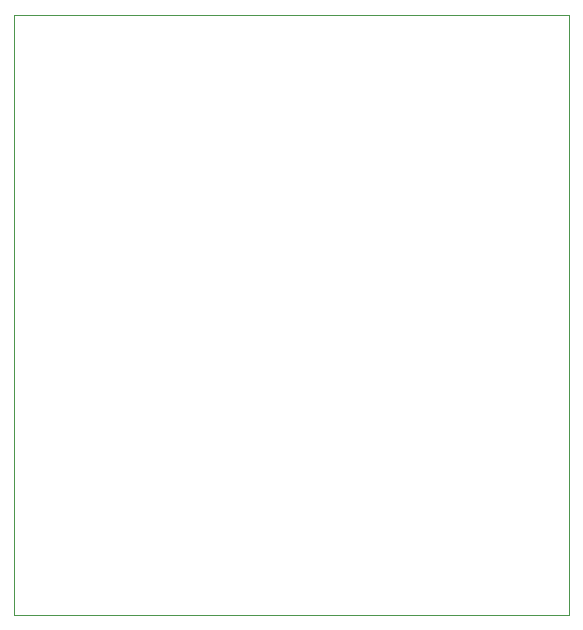
<source format=gbr>
%TF.GenerationSoftware,KiCad,Pcbnew,(5.1.10)-1*%
%TF.CreationDate,2022-02-19T10:09:17+01:00*%
%TF.ProjectId,Peri,50657269-2e6b-4696-9361-645f70636258,rev?*%
%TF.SameCoordinates,Original*%
%TF.FileFunction,Profile,NP*%
%FSLAX46Y46*%
G04 Gerber Fmt 4.6, Leading zero omitted, Abs format (unit mm)*
G04 Created by KiCad (PCBNEW (5.1.10)-1) date 2022-02-19 10:09:17*
%MOMM*%
%LPD*%
G01*
G04 APERTURE LIST*
%TA.AperFunction,Profile*%
%ADD10C,0.050000*%
%TD*%
G04 APERTURE END LIST*
D10*
X78740000Y-73660000D02*
X78740000Y-124460000D01*
X125730000Y-73660000D02*
X78740000Y-73660000D01*
X125730000Y-124460000D02*
X125730000Y-73660000D01*
X78740000Y-124460000D02*
X125730000Y-124460000D01*
M02*

</source>
